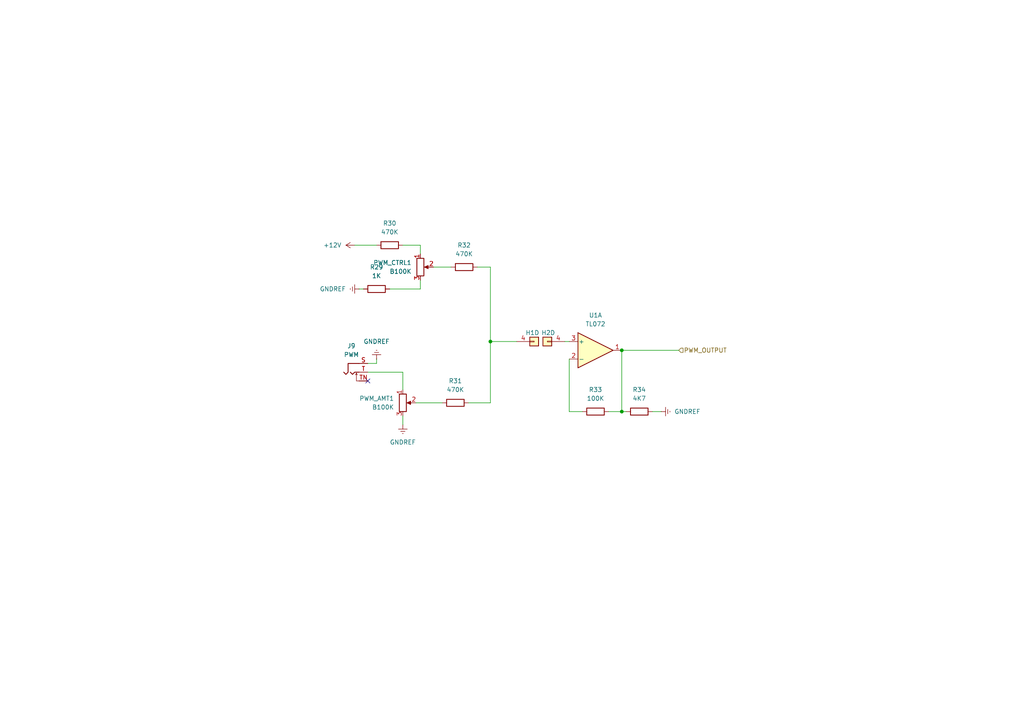
<source format=kicad_sch>
(kicad_sch (version 20231120) (generator "eeschema") (generator_version "8.0")
  (paper "A4")
  (lib_symbols
    (symbol "Amplifier_Operational:TL072" (pin_names (offset 0.127))
      (property "Reference" "U" (at 0 5.08 0))
      (property "Value" "TL072" (at 0 -5.08 0))
      (symbol "TL072_1_1"
        (polyline (pts (xy -5.08 5.08) (xy 5.08 0) (xy -5.08 -5.08) (xy -5.08 5.08)) (stroke (width 0.254)) (fill (type background)))
        (pin output line (at 7.62 0 180) (length 2.54) (name "~") (number "1"))
        (pin input line (at -7.62 -2.54 0) (length 2.54) (name "-") (number "2"))
        (pin input line (at -7.62 2.54 0) (length 2.54) (name "+") (number "3"))
      )
      (symbol "TL072_2_1"
        (polyline (pts (xy -5.08 5.08) (xy 5.08 0) (xy -5.08 -5.08) (xy -5.08 5.08)) (stroke (width 0.254)) (fill (type background)))
        (pin input line (at -7.62 2.54 0) (length 2.54) (name "+") (number "5"))
        (pin input line (at -7.62 -2.54 0) (length 2.54) (name "-") (number "6"))
        (pin output line (at 7.62 0 180) (length 2.54) (name "~") (number "7"))
      )
      (symbol "TL072_3_1"
        (pin power_in line (at -2.54 -7.62 90) (length 3.81) (name "V-") (number "4"))
        (pin power_in line (at -2.54 7.62 270) (length 3.81) (name "V+") (number "8"))
      )
    )
    (symbol "power:+12V" (power) (pin_numbers hide) (pin_names (offset 0) hide)
      (property "Value" "+12V" (at 0 3.556 0))
      (symbol "+12V_0_1"
        (polyline (pts (xy -0.762 1.27) (xy 0 2.54)))
        (polyline (pts (xy 0 0) (xy 0 2.54)))
        (polyline (pts (xy 0 2.54) (xy 0.762 1.27)))
      )
      (symbol "+12V_1_1"
        (pin power_in line (at 0 0 90) (length 0) (name "~") (number "1"))
      )
    )
    (symbol "power:GNDREF" (power) (pin_numbers hide) (pin_names (offset 0) hide)
      (property "Value" "GNDREF" (at 0 -3.81 0))
      (symbol "GNDREF_0_1"
        (polyline (pts (xy -0.635 -1.905) (xy 0.635 -1.905)))
        (polyline (pts (xy -0.127 -2.54) (xy 0.127 -2.54)))
        (polyline (pts (xy 0 -1.27) (xy 0 0)))
        (polyline (pts (xy 1.27 -1.27) (xy -1.27 -1.27)))
      )
      (symbol "GNDREF_1_1"
        (pin power_in line (at 0 0 270) (length 0) (name "~") (number "1"))
      )
    )
    (symbol "synth:AudioJack_Mono_3.5mm"
      (property "Reference" "J" (at 0 8.89 0))
      (property "Value" "AudioJack_Mono_3.5mm" (at 0 6.35 0))
      (symbol "AudioJack_Mono_3.5mm_0_1"
        (polyline (pts (xy 1.778 -0.254) (xy 2.032 -0.762)))
        (polyline (pts (xy 0 0) (xy 0.635 -0.635) (xy 1.27 0) (xy 2.54 0)) (stroke (width 0.254)))
        (polyline (pts (xy 2.54 -2.54) (xy 1.778 -2.54) (xy 1.778 -0.254) (xy 1.524 -0.762)))
        (polyline (pts (xy 2.54 2.54) (xy -0.635 2.54) (xy -0.635 0) (xy -1.27 -0.635) (xy -1.905 0)) (stroke (width 0.254)))
      )
      (symbol "AudioJack_Mono_3.5mm_1_1"
        (pin passive line (at 5.08 2.54 180) (length 2.54) (name "~") (number "S"))
        (pin passive line (at 5.08 0 180) (length 2.54) (name "~") (number "T"))
        (pin passive line (at 5.08 -2.54 180) (length 2.54) (name "~") (number "TN"))
      )
    )
    (symbol "synth:PinHeader_01x04" (pin_names (offset 1.016) hide)
      (property "Reference" "H" (at 0 2.54 0))
      (property "Value" "PinHeader_01x04" (at 0 -2.54 0))
      (symbol "PinHeader_01x04_1_1"
        (rectangle (start -1.27 0.127) (end 0 -0.127) (stroke (width 0.1524)))
        (rectangle (start -1.27 1.27) (end 1.27 -1.27) (stroke (width 0.254)) (fill (type background)))
        (pin passive line (at -5.08 0 0) (length 3.81) (name "Pin_1") (number "1"))
      )
      (symbol "PinHeader_01x04_2_1"
        (rectangle (start -1.27 0.127) (end 0 -0.127) (stroke (width 0.1524)))
        (rectangle (start -1.27 1.27) (end 1.27 -1.27) (stroke (width 0.254)) (fill (type background)))
        (pin passive line (at -5.08 0 0) (length 3.81) (name "Pin_2") (number "2"))
      )
      (symbol "PinHeader_01x04_3_1"
        (rectangle (start -1.27 0.127) (end 0 -0.127) (stroke (width 0.1524)))
        (rectangle (start -1.27 1.27) (end 1.27 -1.27) (stroke (width 0.254)) (fill (type background)))
        (pin passive line (at -5.08 0 0) (length 3.81) (name "Pin_3") (number "3"))
      )
      (symbol "PinHeader_01x04_4_1"
        (rectangle (start -1.27 0.127) (end 0 -0.127) (stroke (width 0.1524)))
        (rectangle (start -1.27 1.27) (end 1.27 -1.27) (stroke (width 0.254)) (fill (type background)))
        (pin passive line (at -5.08 0 0) (length 3.81) (name "Pin_4") (number "4"))
      )
    )
    (symbol "synth:PinSocket_01x04" (pin_names (offset 1.016) hide)
      (property "Reference" "H" (at 0 2.54 0))
      (property "Value" "PinSocket_01x04" (at 0 -2.54 0))
      (symbol "PinSocket_01x04_1_1"
        (rectangle (start -1.27 0.127) (end 0 -0.127) (stroke (width 0.1524)))
        (rectangle (start -1.27 1.27) (end 1.27 -1.27) (stroke (width 0.254)) (fill (type background)))
        (pin passive line (at -5.08 0 0) (length 3.81) (name "Pin_1") (number "1"))
      )
      (symbol "PinSocket_01x04_2_1"
        (rectangle (start -1.27 0.127) (end 0 -0.127) (stroke (width 0.1524)))
        (rectangle (start -1.27 1.27) (end 1.27 -1.27) (stroke (width 0.254)) (fill (type background)))
        (pin passive line (at -5.08 0 0) (length 3.81) (name "Pin_2") (number "2"))
      )
      (symbol "PinSocket_01x04_3_1"
        (rectangle (start -1.27 0.127) (end 0 -0.127) (stroke (width 0.1524)))
        (rectangle (start -1.27 1.27) (end 1.27 -1.27) (stroke (width 0.254)) (fill (type background)))
        (pin passive line (at -5.08 0 0) (length 3.81) (name "Pin_3") (number "3"))
      )
      (symbol "PinSocket_01x04_4_1"
        (rectangle (start -1.27 0.127) (end 0 -0.127) (stroke (width 0.1524)))
        (rectangle (start -1.27 1.27) (end 1.27 -1.27) (stroke (width 0.254)) (fill (type background)))
        (pin passive line (at -5.08 0 0) (length 3.81) (name "Pin_4") (number "4"))
      )
    )
    (symbol "synth:R_Default" (pin_numbers hide) (pin_names (offset 0))
      (property "Reference" "R" (at -2.032 0 90))
      (property "Value" "R1" (at 2.032 0 90))
      (symbol "R_Default_0_1"
        (rectangle (start 1.016 -2.54) (end -1.016 2.54) (stroke (width 0.254)))
      )
      (symbol "R_Default_1_1"
        (pin passive line (at 0 -3.81 90) (length 1.27) (name "~") (number "1"))
        (pin passive line (at 0 3.81 270) (length 1.27) (name "~") (number "2"))
      )
    )
    (symbol "synth:R_Potentiometer (Alpha_9mm)" (pin_names (offset 1.016) hide)
      (property "Reference" "RV" (at -4.826 0 90))
      (property "Value" "R_Potentiometer" (at -2.794 0 90))
      (symbol "R_Potentiometer (Alpha_9mm)_0_1"
        (rectangle (start -1.016 2.54) (end 1.016 -2.54) (stroke (width 0.254)))
        (polyline (pts (xy 2.54 0) (xy 1.524 0)))
        (polyline (pts (xy 1.143 0) (xy 2.286 0.508) (xy 2.286 -0.508) (xy 1.143 0)) (fill (type outline)))
      )
      (symbol "R_Potentiometer (Alpha_9mm)_1_1"
        (pin passive line (at 0 3.81 270) (length 1.27) (name "1") (number "1"))
        (pin passive line (at 3.81 0 180) (length 1.27) (name "2") (number "2"))
        (pin passive line (at 0 -3.81 90) (length 1.27) (name "3") (number "3"))
      )
    )
  )
  (junction (at 142.24 99.06))
  (junction (at 180.34 119.38))
  (junction (at 180.34 101.6))
  (no_connect (at 106.68 110.49))
  (wire (pts (xy 120.65 116.84) (xy 128.27 116.84)))
  (wire (pts (xy 196.85 101.6) (xy 180.34 101.6)))
  (wire (pts (xy 125.73 77.47) (xy 130.81 77.47)))
  (wire (pts (xy 181.61 119.38) (xy 180.34 119.38)))
  (wire (pts (xy 176.53 119.38) (xy 180.34 119.38)))
  (wire (pts (xy 142.24 116.84) (xy 142.24 99.06)))
  (wire (pts (xy 191.77 119.38) (xy 189.23 119.38)))
  (wire (pts (xy 142.24 99.06) (xy 149.86 99.06)))
  (wire (pts (xy 165.1 119.38) (xy 168.91 119.38)))
  (wire (pts (xy 116.84 107.95) (xy 106.68 107.95)))
  (wire (pts (xy 104.14 83.82) (xy 105.41 83.82)))
  (wire (pts (xy 109.22 105.41) (xy 109.22 104.14)))
  (wire (pts (xy 102.87 71.12) (xy 109.22 71.12)))
  (wire (pts (xy 165.1 104.14) (xy 165.1 119.38)))
  (wire (pts (xy 116.84 71.12) (xy 121.92 71.12)))
  (wire (pts (xy 142.24 77.47) (xy 142.24 99.06)))
  (wire (pts (xy 106.68 105.41) (xy 109.22 105.41)))
  (wire (pts (xy 121.92 83.82) (xy 121.92 81.28)))
  (wire (pts (xy 180.34 101.6) (xy 180.34 119.38)))
  (wire (pts (xy 113.03 83.82) (xy 121.92 83.82)))
  (wire (pts (xy 142.24 116.84) (xy 135.89 116.84)))
  (wire (pts (xy 116.84 113.03) (xy 116.84 107.95)))
  (wire (pts (xy 163.83 99.06) (xy 165.1 99.06)))
  (wire (pts (xy 138.43 77.47) (xy 142.24 77.47)))
  (wire (pts (xy 116.84 123.19) (xy 116.84 120.65)))
  (wire (pts (xy 121.92 71.12) (xy 121.92 73.66)))
  (hierarchical_label "PWM_OUTPUT" (shape input) (at 196.85 101.6 0))
  (symbol (lib_id "synth:R_Potentiometer (Alpha_9mm)") (at 121.92 77.47 0) (unit 1)
    (property "Reference" "PWM_CTRL1" (at 119.38 76.1999 0) (effects (justify right)))
    (property "Value" "B100K" (at 119.38 78.7399 0) (effects (justify right)))
    (property "Footprint" "Synth:Potentiometer_Alpha_RD901F-40-00D_Single_Vertical_CircularHoles" (effects (hide yes)))
    (property "Description" "Potentiometer" (effects (hide yes)))
  )
  (symbol (lib_id "synth:R_Default") (at 134.62 77.47 90) (unit 1)
    (property "Reference" "R32" (at 134.62 71.12 90))
    (property "Value" "470K" (at 134.62 73.66 90))
    (property "Footprint" "Synth:R_Default (DIN0207)" (effects (hide yes)))
    (property "Description" "Resistor" (effects (hide yes)))
  )
  (symbol (lib_id "power:GNDREF") (at 109.22 104.14 180) (unit 1)
    (property "Reference" "#PWR048" (effects (hide yes)))
    (property "Value" "GNDREF" (at 109.22 99.06 0))
    (property "Description" "Power symbol creates a global label with name \"GNDREF\" , reference supply ground" (effects (hide yes)))
  )
  (symbol (lib_id "synth:R_Potentiometer (Alpha_9mm)") (at 116.84 116.84 0) (unit 1)
    (property "Reference" "PWM_AMT1" (at 114.3 115.5699 0) (effects (justify right)))
    (property "Value" "B100K" (at 114.3 118.1099 0) (effects (justify right)))
    (property "Footprint" "Synth:Potentiometer_Alpha_RD901F-40-00D_Single_Vertical_CircularHoles" (effects (hide yes)))
    (property "Description" "Potentiometer" (effects (hide yes)))
  )
  (symbol (lib_id "power:GNDREF") (at 104.14 83.82 270) (unit 1)
    (property "Reference" "#PWR047" (effects (hide yes)))
    (property "Value" "GNDREF" (at 100.33 83.8199 90) (effects (justify right)))
    (property "Description" "Power symbol creates a global label with name \"GNDREF\" , reference supply ground" (effects (hide yes)))
  )
  (symbol (lib_id "synth:PinHeader_01x04") (at 154.94 99.06 0) (unit 4)
    (property "Reference" "H1" (at 152.4 96.52 0) (effects (justify left)))
    (property "Value" "TOP_4_SGL" (effects (hide yes)))
    (property "Footprint" "Synth:PinHeader_1x04_P2.54mm_Vertical" (effects (hide yes)))
    (property "Description" "Generic connector, single row, 01x01, script generated (kicad-library-utils/schlib/autogen/connector/)" (effects (hide yes)))
  )
  (symbol (lib_id "power:+12V") (at 102.87 71.12 90) (unit 1)
    (property "Reference" "#PWR046" (effects (hide yes)))
    (property "Value" "+12V" (at 99.06 71.1199 90) (effects (justify left)))
    (property "Description" "Power symbol creates a global label with name \"+12V\"" (effects (hide yes)))
  )
  (symbol (lib_id "synth:R_Default") (at 109.22 83.82 270) (unit 1)
    (property "Reference" "R29" (at 109.22 77.47 90))
    (property "Value" "1K" (at 109.22 80.01 90))
    (property "Footprint" "Synth:R_Default (DIN0207)" (effects (hide yes)))
    (property "Description" "Resistor" (effects (hide yes)))
  )
  (symbol (lib_id "synth:R_Default") (at 113.03 71.12 90) (unit 1)
    (property "Reference" "R30" (at 113.03 64.77 90))
    (property "Value" "470K" (at 113.03 67.31 90))
    (property "Footprint" "Synth:R_Default (DIN0207)" (effects (hide yes)))
    (property "Description" "Resistor" (effects (hide yes)))
  )
  (symbol (lib_id "synth:AudioJack_Mono_3.5mm") (at 101.6 107.95 0) (unit 1)
    (property "Reference" "J9" (at 101.9175 100.33 0))
    (property "Value" "PWM" (at 101.9175 102.87 0))
    (property "Footprint" "Synth:Jack_3.5mm_QingPu_WQP-PJ398SM_Vertical_CircularHoles" (effects (hide yes)))
    (property "Description" "Audio Jack, 2 Poles (Mono / TS), Switched T Pole (Normalling)" (effects (hide yes)))
  )
  (symbol (lib_id "synth:R_Default") (at 132.08 116.84 90) (unit 1)
    (property "Reference" "R31" (at 132.08 110.49 90))
    (property "Value" "470K" (at 132.08 113.03 90))
    (property "Footprint" "Synth:R_Default (DIN0207)" (effects (hide yes)))
    (property "Description" "Resistor" (effects (hide yes)))
  )
  (symbol (lib_id "power:GNDREF") (at 191.77 119.38 90) (unit 1)
    (property "Reference" "#PWR050" (effects (hide yes)))
    (property "Value" "GNDREF" (at 195.58 119.3799 90) (effects (justify right)))
    (property "Description" "Power symbol creates a global label with name \"GNDREF\" , reference supply ground" (effects (hide yes)))
  )
  (symbol (lib_id "synth:PinSocket_01x04") (at 158.75 99.06 180) (unit 4)
    (property "Reference" "H2" (at 161.036 96.52 0) (effects (justify left)))
    (property "Value" "BTM_4_SGL" (effects (hide yes)))
    (property "Footprint" "Synth:PinSocket_1x04_P2.54mm_Vertical" (effects (hide yes)))
    (property "Description" "Generic connector, single row, 01x01, script generated (kicad-library-utils/schlib/autogen/connector/)" (effects (hide yes)))
  )
  (symbol (lib_id "Amplifier_Operational:TL072") (at 172.72 101.6 0) (unit 1)
    (property "Reference" "U1" (at 172.72 91.44 0))
    (property "Value" "TL072" (at 172.72 93.98 0))
    (property "Footprint" "Package_DIP:DIP-8_W7.62mm_Socket_LongPads" (effects (hide yes)))
    (property "Datasheet" "http://www.ti.com/lit/ds/symlink/tl071.pdf" (effects (hide yes)))
    (property "Description" "Dual Low-Noise JFET-Input Operational Amplifiers, DIP-8/SOIC-8" (effects (hide yes)))
  )
  (symbol (lib_id "synth:R_Default") (at 185.42 119.38 90) (unit 1)
    (property "Reference" "R34" (at 185.42 113.03 90))
    (property "Value" "4K7" (at 185.42 115.57 90))
    (property "Footprint" "Synth:R_Default (DIN0207)" (effects (hide yes)))
    (property "Description" "Resistor" (effects (hide yes)))
  )
  (symbol (lib_id "power:GNDREF") (at 116.84 123.19 0) (unit 1)
    (property "Reference" "#PWR049" (effects (hide yes)))
    (property "Value" "GNDREF" (at 116.84 128.27 0))
    (property "Description" "Power symbol creates a global label with name \"GNDREF\" , reference supply ground" (effects (hide yes)))
  )
  (symbol (lib_id "synth:R_Default") (at 172.72 119.38 90) (unit 1)
    (property "Reference" "R33" (at 172.72 113.03 90))
    (property "Value" "100K" (at 172.72 115.57 90))
    (property "Footprint" "Synth:R_Default (DIN0207)" (effects (hide yes)))
    (property "Description" "Resistor" (effects (hide yes)))
  )
)
</source>
